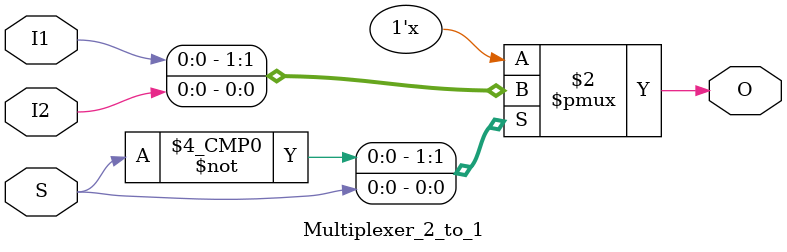
<source format=v>
module Multiplexer_2_to_1(input I1, I2, S, output reg O);

    always @(I1, I2, S)
    begin
        case(S)
            1'b0: O = I1;
            1'b1: O = I2;
            default: O = 1'bx; // For undefined select
        endcase
    end

endmodule
</source>
